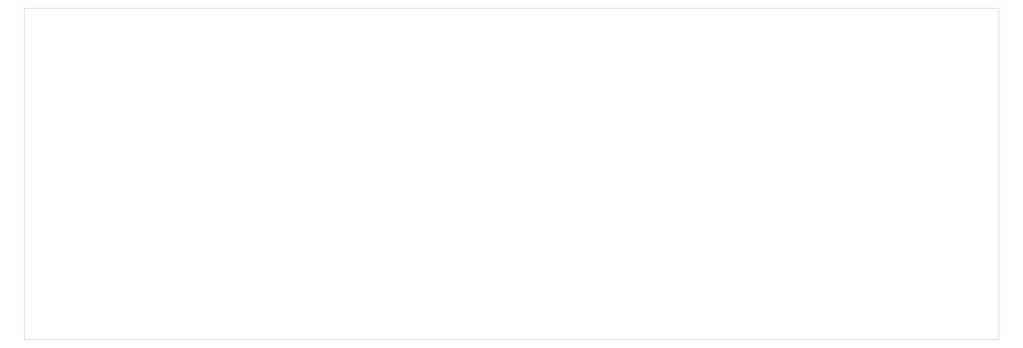
<source format=gbr>
G04 FAB 3000 Version 8.1.40 - Gerber/CAM Software*
G04 RS274-X Output*
%FSLAX35Y35*%
%MIA0B0*%
%MOIN*%
%SFA1.000000B1.000000*%

%IPPOS*%
%AMRECT_ROUNDED85*
4,1,38,0.000000,0.012500,
-0.010250,0.012500,
-0.011549,0.012363,
-0.012792,0.011960,
-0.013924,0.011306,
-0.014895,0.010432,
-0.015663,0.009375,
-0.016194,0.008181,
-0.016466,0.006903,
-0.016500,0.006250,
-0.016500,-0.006250,
-0.016363,-0.007549,
-0.015960,-0.008792,
-0.015306,-0.009924,
-0.014432,-0.010895,
-0.013375,-0.011663,
-0.012181,-0.012194,
-0.010903,-0.012466,
-0.010250,-0.012500,
0.010250,-0.012500,
0.011549,-0.012363,
0.012792,-0.011960,
0.013924,-0.011306,
0.014895,-0.010432,
0.015663,-0.009375,
0.016194,-0.008181,
0.016466,-0.006903,
0.016500,-0.006250,
0.016500,0.006250,
0.016363,0.007549,
0.015960,0.008792,
0.015306,0.009924,
0.014432,0.010895,
0.013375,0.011663,
0.012181,0.012194,
0.010903,0.012466,
0.010250,0.012500,
0.000000,0.012500,
0.000000,0.012500,0.0*
%
%AMRECT_ROUNDED179*
4,1,38,0.000000,0.007874,
-0.008858,0.007874,
-0.009677,0.007788,
-0.010460,0.007534,
-0.011172,0.007122,
-0.011784,0.006571,
-0.012268,0.005906,
-0.012603,0.005154,
-0.012774,0.004349,
-0.012795,0.003937,
-0.012795,-0.003937,
-0.012709,-0.004756,
-0.012455,-0.005538,
-0.012043,-0.006251,
-0.011493,-0.006863,
-0.010827,-0.007347,
-0.010075,-0.007681,
-0.009270,-0.007852,
-0.008858,-0.007874,
0.008858,-0.007874,
0.009677,-0.007788,
0.010460,-0.007534,
0.011172,-0.007122,
0.011784,-0.006571,
0.012268,-0.005906,
0.012603,-0.005154,
0.012774,-0.004349,
0.012795,-0.003937,
0.012795,0.003937,
0.012709,0.004756,
0.012455,0.005538,
0.012043,0.006251,
0.011493,0.006863,
0.010827,0.007347,
0.010075,0.007681,
0.009270,0.007852,
0.008858,0.007874,
0.000000,0.007874,
0.000000,0.007874,0.0*
%
%AMRECT_ROUNDED201*
4,1,38,0.000000,0.040500,
-0.020250,0.040500,
-0.024460,0.040057,
-0.028486,0.038749,
-0.032153,0.036633,
-0.035299,0.033800,
-0.037787,0.030375,
-0.039509,0.026508,
-0.040389,0.022367,
-0.040500,0.020250,
-0.040500,-0.020250,
-0.040057,-0.024460,
-0.038749,-0.028486,
-0.036633,-0.032153,
-0.033800,-0.035299,
-0.030375,-0.037787,
-0.026508,-0.039509,
-0.022367,-0.040389,
-0.020250,-0.040500,
0.020250,-0.040500,
0.024460,-0.040057,
0.028486,-0.038749,
0.032153,-0.036633,
0.035299,-0.033800,
0.037787,-0.030375,
0.039509,-0.026508,
0.040389,-0.022367,
0.040500,-0.020250,
0.040500,0.020250,
0.040057,0.024460,
0.038749,0.028486,
0.036633,0.032153,
0.033800,0.035299,
0.030375,0.037787,
0.026508,0.039509,
0.022367,0.040389,
0.020250,0.040500,
0.000000,0.040500,
0.000000,0.040500,0.0*
%
%AMoval87x72.189_55*
4,1,41,0.025300,0.026700,
0.033800,0.014600,
0.036808,0.009402,
0.038912,0.003778,
0.040053,-0.002118,
0.040200,-0.008121,
0.039349,-0.014066,
0.037523,-0.019787,
0.034773,-0.025125,
0.031176,-0.029934,
0.026830,-0.034078,
0.021857,-0.037444,
0.016394,-0.039938,
0.010593,-0.041491,
0.004615,-0.042060,
-0.001375,-0.041629,
-0.007210,-0.040210,
-0.012729,-0.037842,
-0.017778,-0.034591,
-0.022218,-0.030548,
-0.025300,-0.026700,
-0.033800,-0.014600,
-0.036808,-0.009402,
-0.038912,-0.003778,
-0.040053,0.002118,
-0.040200,0.008121,
-0.039349,0.014066,
-0.037523,0.019787,
-0.034773,0.025125,
-0.031176,0.029934,
-0.026830,0.034078,
-0.021857,0.037444,
-0.016394,0.039938,
-0.010593,0.041491,
-0.004615,0.042060,
0.001375,0.041629,
0.007210,0.040210,
0.012729,0.037842,
0.017778,0.034591,
0.022218,0.030548,
0.025300,0.026700,
0.025300,0.026700,0.0*
%
%AMoval89x72.189_25*
4,1,41,0.007600,0.036200,
0.022800,0.029100,
0.028005,0.026121,
0.032643,0.022319,
0.036585,0.017799,
0.039721,0.012687,
0.041964,0.007124,
0.043252,0.001267,
0.043548,-0.004723,
0.042845,-0.010679,
0.041163,-0.016436,
0.038547,-0.021833,
0.035070,-0.026720,
0.030830,-0.030961,
0.025944,-0.034440,
0.020549,-0.037057,
0.014793,-0.038743,
0.008837,-0.039448,
0.002847,-0.039154,
-0.003011,-0.037869,
-0.007600,-0.036200,
-0.022800,-0.029100,
-0.028005,-0.026121,
-0.032643,-0.022319,
-0.036585,-0.017799,
-0.039721,-0.012687,
-0.041964,-0.007124,
-0.043252,-0.001267,
-0.043548,0.004723,
-0.042846,0.010679,
-0.041163,0.016435,
-0.038547,0.021833,
-0.035070,0.026720,
-0.030830,0.030961,
-0.025944,0.034440,
-0.020549,0.037057,
-0.014793,0.038743,
-0.008837,0.039448,
-0.002847,0.039154,
0.003011,0.037869,
0.007600,0.036200,
0.007600,0.036200,0.0*
%
%AMoval89x72.189_335*
4,1,41,-0.022800,0.029100,
-0.007600,0.036200,
-0.001963,0.038269,
0.003940,0.039374,
0.009944,0.039483,
0.015883,0.038596,
0.021592,0.036735,
0.026913,0.033952,
0.031699,0.030324,
0.035816,0.025953,
0.039151,0.020959,
0.041611,0.015481,
0.043128,0.009671,
0.043659,0.003690,
0.043191,-0.002297,
0.041735,-0.008122,
0.039333,-0.013626,
0.036051,-0.018655,
0.031980,-0.023069,
0.027233,-0.026747,
0.022800,-0.029100,
0.007600,-0.036200,
0.001963,-0.038269,
-0.003940,-0.039374,
-0.009944,-0.039483,
-0.015883,-0.038596,
-0.021592,-0.036735,
-0.026913,-0.033952,
-0.031699,-0.030324,
-0.035816,-0.025953,
-0.039151,-0.020959,
-0.041611,-0.015481,
-0.043128,-0.009671,
-0.043659,-0.003690,
-0.043191,0.002296,
-0.041735,0.008122,
-0.039333,0.013626,
-0.036051,0.018655,
-0.031980,0.023069,
-0.027233,0.026747,
-0.022800,0.029100,
-0.022800,0.029100,0.0*
%
%AMoval87x72.189_305*
4,1,41,-0.033800,0.014600,
-0.025300,0.026700,
-0.021454,0.031309,
-0.016897,0.035217,
-0.011754,0.038314,
-0.006169,0.040514,
-0.000296,0.041756,
0.005702,0.042007,
0.011658,0.041257,
0.017407,0.039530,
0.022791,0.036872,
0.027657,0.033358,
0.031874,0.029085,
0.035322,0.024170,
0.037906,0.018752,
0.039556,0.012980,
0.040224,0.007014,
0.039892,0.001020,
0.038570,-0.004835,
0.036295,-0.010391,
0.033800,-0.014600,
0.025300,-0.026700,
0.021454,-0.031309,
0.016897,-0.035217,
0.011754,-0.038314,
0.006169,-0.040514,
0.000296,-0.041756,
-0.005702,-0.042007,
-0.011658,-0.041257,
-0.017407,-0.039530,
-0.022791,-0.036872,
-0.027657,-0.033358,
-0.031873,-0.029085,
-0.035322,-0.024170,
-0.037906,-0.018752,
-0.039556,-0.012980,
-0.040224,-0.007014,
-0.039892,-0.001020,
-0.038570,0.004835,
-0.036295,0.010391,
-0.033800,0.014600,
-0.033800,0.014600,0.0*
%
%AMOCTAGON212*
4,1,9,-0.011000,0.022000,
-0.022000,0.011000,
-0.022000,-0.011000,
-0.011000,-0.022000,
0.011000,-0.022000,
0.022000,-0.011000,
0.022000,0.011000,
0.011000,0.022000,
-0.011000,0.022000,
-0.011000,0.022000,0.0*
%
%AMRECT_ROUNDED256*
4,1,38,0.000000,0.026500,
-0.013250,0.026500,
-0.016005,0.026210,
-0.018639,0.025354,
-0.021038,0.023969,
-0.023097,0.022116,
-0.024725,0.019875,
-0.025851,0.017344,
-0.026427,0.014635,
-0.026500,0.013250,
-0.026500,-0.013250,
-0.026210,-0.016005,
-0.025354,-0.018639,
-0.023969,-0.021038,
-0.022116,-0.023097,
-0.019875,-0.024725,
-0.017344,-0.025851,
-0.014635,-0.026427,
-0.013250,-0.026500,
0.013250,-0.026500,
0.016005,-0.026210,
0.018639,-0.025354,
0.021038,-0.023969,
0.023097,-0.022116,
0.024725,-0.019875,
0.025851,-0.017344,
0.026427,-0.014635,
0.026500,-0.013250,
0.026500,0.013250,
0.026210,0.016005,
0.025354,0.018639,
0.023969,0.021038,
0.022116,0.023097,
0.019875,0.024725,
0.017344,0.025852,
0.014635,0.026427,
0.013250,0.026500,
0.000000,0.026500,
0.000000,0.026500,0.0*
%
%AMRECT_ROUNDED257*
4,1,38,0.000000,0.028500,
-0.014250,0.028500,
-0.017213,0.028189,
-0.020046,0.027268,
-0.022626,0.025778,
-0.024840,0.023785,
-0.026591,0.021375,
-0.027803,0.018653,
-0.028422,0.015740,
-0.028500,0.014250,
-0.028500,-0.014250,
-0.028189,-0.017213,
-0.027268,-0.020046,
-0.025778,-0.022626,
-0.023785,-0.024840,
-0.021375,-0.026591,
-0.018653,-0.027803,
-0.015740,-0.028422,
-0.014250,-0.028500,
0.014250,-0.028500,
0.017213,-0.028189,
0.020046,-0.027268,
0.022626,-0.025778,
0.024840,-0.023785,
0.026591,-0.021375,
0.027803,-0.018654,
0.028422,-0.015740,
0.028500,-0.014250,
0.028500,0.014250,
0.028189,0.017213,
0.027268,0.020046,
0.025778,0.022626,
0.023785,0.024840,
0.021375,0.026591,
0.018653,0.027803,
0.015740,0.028422,
0.014250,0.028500,
0.000000,0.028500,
0.000000,0.028500,0.0*
%
%AMoval83x68.189_55*
4,1,41,0.023600,0.025600,
0.032100,0.013400,
0.035005,0.008346,
0.037004,0.002870,
0.038037,-0.002867,
0.038074,-0.008696,
0.037115,-0.014446,
0.035187,-0.019947,
0.032348,-0.025038,
0.028680,-0.029569,
0.024291,-0.033406,
0.019311,-0.036437,
0.013887,-0.038572,
0.008178,-0.039748,
0.002351,-0.039931,
-0.003420,-0.039116,
-0.008969,-0.037326,
-0.014129,-0.034615,
-0.018750,-0.031061,
-0.022695,-0.026770,
-0.023600,-0.025600,
-0.032100,-0.013400,
-0.035005,-0.008346,
-0.037004,-0.002870,
-0.038037,0.002867,
-0.038074,0.008696,
-0.037115,0.014446,
-0.035187,0.019948,
-0.032348,0.025038,
-0.028680,0.029569,
-0.024291,0.033406,
-0.019311,0.036437,
-0.013887,0.038572,
-0.008178,0.039748,
-0.002351,0.039931,
0.003420,0.039116,
0.008969,0.037326,
0.014129,0.034615,
0.018750,0.031061,
0.022695,0.026770,
0.023600,0.025600,
0.023600,0.025600,0.0*
%
%AMoval85x68.189_25*
4,1,41,0.006700,0.034400,
0.022000,0.027300,
0.027051,0.024386,
0.031530,0.020653,
0.035305,0.016209,
0.038265,0.011185,
0.040323,0.005730,
0.041419,0.000002,
0.041520,-0.005827,
0.040624,-0.011589,
0.038756,-0.017113,
0.035972,-0.022236,
0.032353,-0.026808,
0.028006,-0.030695,
0.023059,-0.033782,
0.017658,-0.035978,
0.011961,-0.037219,
0.006135,-0.037468,
0.000352,-0.036719,
-0.005217,-0.034992,
-0.006700,-0.034400,
-0.022000,-0.027300,
-0.027051,-0.024386,
-0.031530,-0.020653,
-0.035305,-0.016209,
-0.038265,-0.011185,
-0.040323,-0.005730,
-0.041419,-0.000002,
-0.041520,0.005827,
-0.040624,0.011589,
-0.038756,0.017113,
-0.035972,0.022236,
-0.032353,0.026808,
-0.028006,0.030695,
-0.023059,0.033782,
-0.017658,0.035978,
-0.011961,0.037219,
-0.006135,0.037468,
-0.000352,0.036719,
0.005217,0.034992,
0.006700,0.034400,
0.006700,0.034400,0.0*
%
%AMoval85x68.189_335*
4,1,41,-0.022000,0.027300,
-0.006700,0.034400,
-0.001214,0.036388,
0.004531,0.037410,
0.010366,0.037436,
0.016120,0.036465,
0.021623,0.034526,
0.026715,0.031676,
0.031245,0.027999,
0.035081,0.023602,
0.038110,0.018614,
0.040243,0.013183,
0.041417,0.007467,
0.041597,0.001635,
0.040780,-0.004143,
0.038987,-0.009696,
0.036273,-0.014861,
0.032717,-0.019487,
0.028423,-0.023439,
0.023518,-0.026598,
0.022000,-0.027300,
0.006700,-0.034400,
0.001214,-0.036388,
-0.004531,-0.037410,
-0.010366,-0.037436,
-0.016120,-0.036465,
-0.021623,-0.034526,
-0.026715,-0.031676,
-0.031245,-0.027999,
-0.035081,-0.023602,
-0.038110,-0.018614,
-0.040243,-0.013183,
-0.041417,-0.007467,
-0.041597,-0.001635,
-0.040780,0.004143,
-0.038987,0.009696,
-0.036273,0.014861,
-0.032717,0.019487,
-0.028423,0.023439,
-0.023518,0.026598,
-0.022000,0.027300,
-0.022000,0.027300,0.0*
%
%AMoval83x68.189_305*
4,1,41,-0.032100,0.013400,
-0.023600,0.025600,
-0.019843,0.030061,
-0.015379,0.033814,
-0.010340,0.036750,
-0.004873,0.038782,
0.000860,0.039850,
0.006692,0.039923,
0.012450,0.038999,
0.017967,0.037104,
0.023078,0.034295,
0.027634,0.030654,
0.031501,0.026289,
0.034566,0.021326,
0.036738,0.015914,
0.037953,0.010210,
0.038176,0.004382,
0.037400,-0.001398,
0.035648,-0.006961,
0.032972,-0.012143,
0.032100,-0.013400,
0.023600,-0.025600,
0.019843,-0.030061,
0.015379,-0.033815,
0.010340,-0.036750,
0.004873,-0.038782,
-0.000860,-0.039850,
-0.006692,-0.039923,
-0.012450,-0.038999,
-0.017967,-0.037104,
-0.023078,-0.034295,
-0.027634,-0.030654,
-0.031501,-0.026289,
-0.034566,-0.021326,
-0.036738,-0.015914,
-0.037953,-0.010209,
-0.038176,-0.004381,
-0.037400,0.001398,
-0.035648,0.006961,
-0.032972,0.012143,
-0.032100,0.013400,
-0.032100,0.013400,0.0*
%
%AMRECT_ROUNDED368*
4,1,38,0.000000,0.021654,
-0.005906,0.021654,
-0.007133,0.021524,
-0.008308,0.021143,
-0.009377,0.020526,
-0.010294,0.019700,
-0.011020,0.018701,
-0.011522,0.017573,
-0.011779,0.016365,
-0.011811,0.015748,
-0.011811,-0.015748,
-0.011682,-0.016976,
-0.011300,-0.018150,
-0.010683,-0.019219,
-0.009857,-0.020137,
-0.008858,-0.020862,
-0.007730,-0.021365,
-0.006523,-0.021621,
-0.005906,-0.021654,
0.005906,-0.021654,
0.007133,-0.021524,
0.008307,-0.021143,
0.009377,-0.020526,
0.010294,-0.019700,
0.011020,-0.018701,
0.011522,-0.017573,
0.011779,-0.016365,
0.011811,-0.015748,
0.011811,0.015748,
0.011682,0.016976,
0.011300,0.018150,
0.010683,0.019219,
0.009857,0.020137,
0.008858,0.020862,
0.007730,0.021365,
0.006523,0.021621,
0.005906,0.021654,
0.000000,0.021654,
0.000000,0.021654,0.0*
%
%AMRECT_ROUNDED374*
4,1,42,0.000000,0.052165,
-0.065453,0.052165,
-0.070535,0.051665,
-0.075423,0.050185,
-0.079929,0.047780,
-0.083879,0.044543,
-0.087123,0.040598,
-0.089536,0.036097,
-0.091026,0.031212,
-0.091535,0.026131,
-0.091535,0.026083,
-0.091535,-0.026083,
-0.091035,-0.031165,
-0.089555,-0.036053,
-0.087150,-0.040558,
-0.083913,-0.044509,
-0.079968,-0.047753,
-0.075467,-0.050166,
-0.070582,-0.051656,
-0.065501,-0.052165,
-0.065453,-0.052165,
0.065453,-0.052165,
0.070535,-0.051665,
0.075423,-0.050185,
0.079929,-0.047780,
0.083879,-0.044543,
0.087123,-0.040598,
0.089536,-0.036097,
0.091026,-0.031212,
0.091535,-0.026131,
0.091535,-0.026083,
0.091535,0.026083,
0.091035,0.031165,
0.089555,0.036053,
0.087150,0.040558,
0.083913,0.044509,
0.079968,0.047753,
0.075467,0.050166,
0.070582,0.051656,
0.065501,0.052165,
0.065453,0.052165,
0.000000,0.052165,
0.000000,0.052165,0.0*
%
%AMRECT_ROUNDED382*
4,1,38,0.000000,0.020500,
-0.013250,0.020500,
-0.014757,0.020342,
-0.016199,0.019873,
-0.017511,0.019115,
-0.018638,0.018101,
-0.019529,0.016875,
-0.020145,0.015490,
-0.020460,0.014008,
-0.020500,0.013250,
-0.020500,-0.013250,
-0.020342,-0.014757,
-0.019873,-0.016199,
-0.019115,-0.017511,
-0.018101,-0.018638,
-0.016875,-0.019529,
-0.015490,-0.020145,
-0.014008,-0.020460,
-0.013250,-0.020500,
0.013250,-0.020500,
0.014757,-0.020342,
0.016199,-0.019873,
0.017511,-0.019115,
0.018638,-0.018101,
0.019529,-0.016875,
0.020145,-0.015490,
0.020460,-0.014008,
0.020500,-0.013250,
0.020500,0.013250,
0.020342,0.014757,
0.019873,0.016199,
0.019115,0.017511,
0.018101,0.018638,
0.016875,0.019529,
0.015490,0.020145,
0.014008,0.020460,
0.013250,0.020500,
0.000000,0.020500,
0.000000,0.020500,0.0*
%
%AMRECT_ROUNDED383*
4,1,38,0.000000,0.022500,
-0.014250,0.022500,
-0.015965,0.022320,
-0.017606,0.021787,
-0.019099,0.020924,
-0.020381,0.019770,
-0.021395,0.018375,
-0.022096,0.016799,
-0.022455,0.015112,
-0.022500,0.014250,
-0.022500,-0.014250,
-0.022320,-0.015965,
-0.021787,-0.017606,
-0.020924,-0.019099,
-0.019770,-0.020381,
-0.018375,-0.021395,
-0.016799,-0.022096,
-0.015112,-0.022455,
-0.014250,-0.022500,
0.014250,-0.022500,
0.015965,-0.022320,
0.017606,-0.021787,
0.019099,-0.020924,
0.020381,-0.019770,
0.021395,-0.018375,
0.022096,-0.016799,
0.022455,-0.015112,
0.022500,-0.014250,
0.022500,0.014250,
0.022320,0.015965,
0.021787,0.017606,
0.020924,0.019099,
0.019770,0.020381,
0.018375,0.021395,
0.016799,0.022096,
0.015112,0.022455,
0.014250,0.022500,
0.000000,0.022500,
0.000000,0.022500,0.0*
%
%ADD10C,0.005000*%
%ADD11C,0.010000*%
%ADD12C,0.009843*%
%ADD14C,0.007874*%
%ADD15C,0.006000*%
%ADD16C,0.020000*%
%ADD18C,0.008000*%
%ADD21R,0.010875X0.005512*%
%ADD22R,0.005512X0.010876*%
%ADD23C,0.006938*%
%ADD26R,0.007350X0.014500*%
%ADD27R,0.014500X0.007350*%
%ADD30C,0.009250*%
%ADD47R,0.056850X0.078650*%
%ADD48R,0.026564X0.013465*%
%ADD54R,0.024157X0.007914*%
%ADD58R,0.003910X0.018470*%
%ADD59C,0.005990*%
%ADD60C,0.012314*%
%ADD61C,0.012355*%
%ADD62R,0.003910X0.029037*%
%ADD63C,0.032906*%
%ADD64C,0.027414*%
%ADD75R,0.011625X0.057675*%
%ADD84R,0.033000X0.025000*%
%ADD85RECT_ROUNDED85*%
%ADD86R,0.137795X0.086614*%
%ADD110R,0.023622X0.043307*%
%ADD112R,0.033465X0.023622*%
%ADD129R,0.055118X0.061024*%
%ADD130R,0.055118X0.059055*%
%ADD136R,0.039370X0.043307*%
%ADD145R,0.055118X0.043307*%
%ADD150R,0.043307X0.039370*%
%ADD154R,0.090551X0.090551*%
%ADD158R,0.059055X0.114173*%
%ADD162R,0.047244X0.051181*%
%ADD163R,0.051181X0.047244*%
%ADD164R,0.114173X0.059055*%
%ADD169R,0.039370X0.062992*%
%ADD178R,0.043307X0.055118*%
%ADD179RECT_ROUNDED179*%
%ADD180R,0.025591X0.015748*%
%ADD184R,0.023622X0.033465*%
%ADD190C,0.150000*%
%ADD193C,0.062000*%
%ADD194R,0.062000X0.062000*%
%ADD195C,0.039370*%
%ADD196C,0.066000*%
%ADD197R,0.066000X0.066000*%
%ADD198C,0.064000*%
%ADD200C,0.059055*%
%ADD201RECT_ROUNDED201*%
%ADD204C,0.065000*%
%ADD205R,0.065000X0.065000*%
%ADD206C,0.314961*%
%ADD207oval87x72.189_55*%
%ADD208oval89x72.189_25*%
%ADD209oval89x72.189_335*%
%ADD210oval87x72.189_305*%
%ADD211C,0.044000*%
%ADD212OCTAGON212*%
%ADD213C,0.058000*%
%ADD214R,0.058000X0.058000*%
%ADD215C,0.160000*%
%ADD216C,0.055000*%
%ADD217C,0.045000*%
%ADD218C,0.215000*%
%ADD219C,0.090000*%
%ADD220R,0.057000X0.057000*%
%ADD221C,0.057000*%
%ADD222C,0.096000*%
%ADD223R,0.080000X0.080000*%
%ADD224C,0.080000*%
%ADD225C,0.148000*%
%ADD226C,0.128500*%
%ADD227C,0.146000*%
%ADD228C,0.208661*%
%ADD229C,0.069000*%
%ADD230R,0.069000X0.069000*%
%ADD231C,0.050000*%
%ADD232C,0.032000*%
%ADD234C,0.040000*%
%ADD235C,0.060000*%
%ADD236C,0.030000*%
%ADD237C,0.015000*%
%ADD238C,0.075000*%
%ADD239C,0.018000*%
%ADD240C,0.025000*%
%ADD241C,0.014000*%
%ADD242C,0.023000*%
%ADD244C,0.100000*%
%ADD246C,0.022000*%
%ADD247C,0.017000*%
%ADD255R,0.060000X0.060000*%
%ADD256RECT_ROUNDED256*%
%ADD257RECT_ROUNDED257*%
%ADD258C,0.053000*%
%ADD259oval83x68.189_55*%
%ADD260oval85x68.189_25*%
%ADD261oval85x68.189_335*%
%ADD262oval83x68.189_305*%
%ADD263C,0.195000*%
%ADD264C,0.128000*%
%ADD265C,0.027000*%
%ADD277R,0.022186X0.024154*%
%ADD278R,0.032025X0.059587*%
%ADD280R,0.047775X0.047776*%
%ADD281R,0.071394X0.045806*%
%ADD282C,0.166802*%
%ADD283C,0.167808*%
%ADD285C,0.100863*%
%ADD286R,0.024153X0.022185*%
%ADD287C,0.047921*%
%ADD293C,0.149219*%
%ADD296C,0.082707*%
%ADD298C,0.060676*%
%ADD299R,0.038501X0.038498*%
%ADD301R,0.082000X0.082000*%
%ADD305R,0.024154X0.030057*%
%ADD306R,0.030060X0.024154*%
%ADD309R,0.028092X0.026120*%
%ADD311R,0.019000X0.015001*%
%ADD312R,0.019233X0.014309*%
%ADD314C,0.059507*%
%ADD315C,0.170822*%
%ADD316C,0.060517*%
%ADD317C,0.070605*%
%ADD318R,0.022187X0.033995*%
%ADD320C,0.084724*%
%ADD321R,0.026120X0.028091*%
%ADD324C,0.079737*%
%ADD325C,0.080691*%
%ADD326R,0.030058X0.032028*%
%ADD327C,0.229369*%
%ADD328C,0.116561*%
%ADD329C,0.077664*%
%ADD330R,0.089000X0.089000*%
%ADD331R,0.077000X0.077000*%
%ADD356C,0.089768*%
%ADD360R,0.035001X0.035000*%
%ADD361C,0.078673*%
%ADD362R,0.100000X0.100000*%
%ADD363R,0.078000X0.078000*%
%ADD364C,0.085733*%
%ADD365R,0.085000X0.085000*%
%ADD366C,0.073630*%
%ADD367R,0.029000X0.161000*%
%ADD368RECT_ROUNDED368*%
%ADD369R,0.070000X0.200000*%
%ADD370R,0.094488X0.129921*%
%ADD371R,0.053150X0.129921*%
%ADD372C,0.267717*%
%ADD373R,0.433071X0.433071*%
%ADD374RECT_ROUNDED374*%
%ADD375R,0.183071X0.104331*%
%ADD376C,0.125000*%
%ADD377R,0.219036X0.219033*%
%ADD378R,0.134173X0.079055*%
%ADD379R,0.014314X0.019230*%
%ADD380C,0.288606*%
%ADD381R,0.033000X0.165000*%
%ADD382RECT_ROUNDED382*%
%ADD383RECT_ROUNDED383*%
%ADD384C,0.041000*%
%ADD385R,0.579625X0.156017*%
%ADD386R,0.038944X0.021454*%
%ADD387R,0.494885X0.112822*%
%ADD388R,0.009343X0.070440*%
%ADD389R,0.026564X0.008702*%
%ADD390R,0.023175X0.062105*%
%ADD391R,0.405774X0.130015*%
%ADD392R,0.011894X0.089666*%
%ADD393R,0.033815X0.011077*%
%ADD394R,0.466047X0.123006*%
%ADD395R,0.418150X0.114700*%
%ADD396R,0.011024X0.057675*%
%ADD397R,0.417901X0.131531*%
%ADD398C,0.036380*%
%ADD399C,0.001959*%
%ADD400R,0.000370X0.000710*%
%ADD401C,0.001359*%
%ADD402R,0.730506X0.156017*%
%ADD403R,0.072876X0.024836*%
%ADD404R,0.029499X0.079055*%
%ADD405R,0.384320X0.130015*%
%ADD406R,0.289400X0.118700*%
%ADD407C,0.018500*%
%ADD408R,0.231250X0.098950*%
%ADD409R,0.240325X0.098950*%
%ADD410R,0.508535X0.111815*%
%ADD411R,0.030594X0.016854*%
%ADD412R,0.377673X0.130015*%
%ADD468C,0.001000*%
%LNprofile_layer_0*%
%LPD*%
G54D468*
X0Y0D02*
G01X1700000D01*
Y578740D01*
X0D01*
Y0D01*
M02*
</source>
